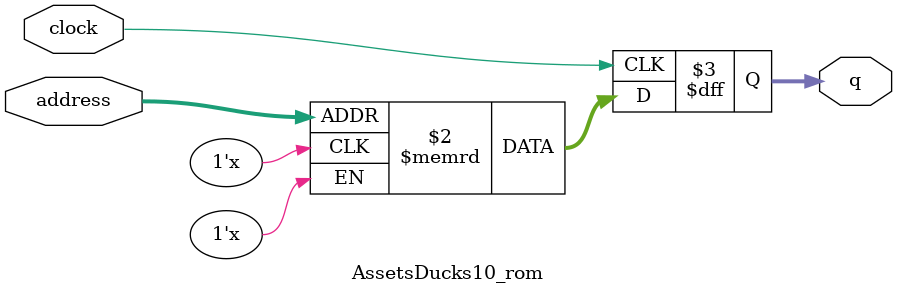
<source format=sv>
module AssetsDucks10_rom (
	input logic clock,
	input logic [11:0] address,
	output logic [3:0] q
);

logic [3:0] memory [0:4095] /* synthesis ram_init_file = "./AssetsDucks10/AssetsDucks10.mif" */;

always_ff @ (posedge clock) begin
	q <= memory[address];
end

endmodule

</source>
